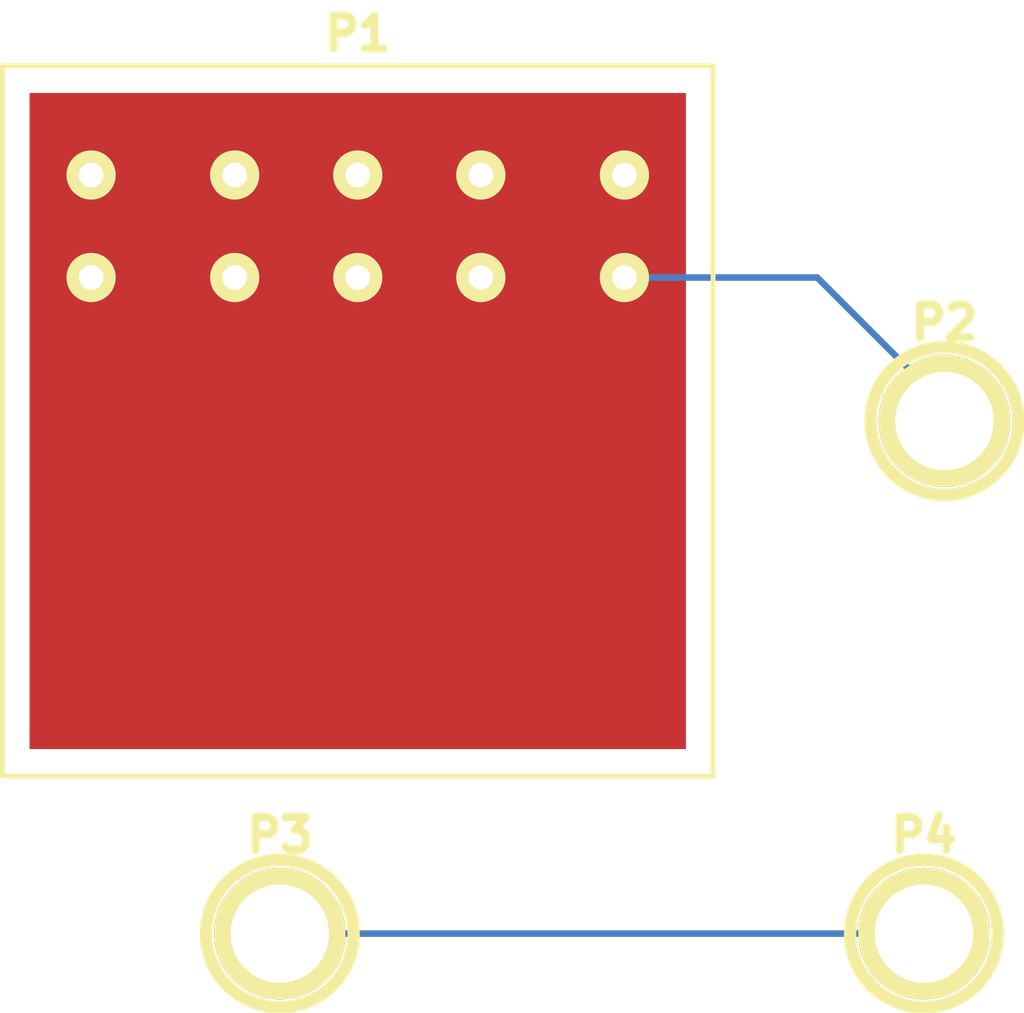
<source format=kicad_pcb>
(kicad_pcb (version 4) (host pcbnew "(2015-04-25 BZR 5623)-product")

  (general
    (links 12)
    (no_connects 0)
    (area 79.121 35.179 111.052429 65.3542)
    (thickness 1.6002)
    (drawings 0)
    (tracks 4)
    (zones 0)
    (modules 4)
    (nets 3)
  )

  (page A4)
  (layers
    (0 Dessus signal)
    (31 Dessous signal)
    (32 B.Adhes user)
    (33 F.Adhes user)
    (34 B.Paste user)
    (35 F.Paste user)
    (36 B.SilkS user)
    (37 F.SilkS user)
    (38 B.Mask user)
    (39 F.Mask user)
    (40 Dwgs.User user)
    (41 Cmts.User user)
    (42 Eco1.User user)
    (43 Eco2.User user)
    (44 Edge.Cuts user)
  )

  (setup
    (last_trace_width 0.2032)
    (trace_clearance 0.254)
    (zone_clearance 0.508)
    (zone_45_only no)
    (trace_min 0.2032)
    (segment_width 0.381)
    (edge_width 0.381)
    (via_size 0.889)
    (via_drill 0.635)
    (via_min_size 0.889)
    (via_min_drill 0.508)
    (uvia_size 0.508)
    (uvia_drill 0.127)
    (uvias_allowed no)
    (uvia_min_size 0.508)
    (uvia_min_drill 0.127)
    (pcb_text_width 0.3048)
    (pcb_text_size 1.524 2.032)
    (mod_edge_width 0.381)
    (mod_text_size 1.524 1.524)
    (mod_text_width 0.3048)
    (pad_size 1.524 1.524)
    (pad_drill 0.8128)
    (pad_to_mask_clearance 0.254)
    (aux_axis_origin 0 0)
    (visible_elements 7FFFFFFF)
    (pcbplotparams
      (layerselection 0x00030_80000001)
      (usegerberextensions true)
      (excludeedgelayer true)
      (linewidth 0.150000)
      (plotframeref false)
      (viasonmask false)
      (mode 1)
      (useauxorigin false)
      (hpglpennumber 1)
      (hpglpenspeed 20)
      (hpglpendiameter 15)
      (hpglpenoverlay 0)
      (psnegative false)
      (psa4output false)
      (plotreference true)
      (plotvalue true)
      (plotinvisibletext false)
      (padsonsilk false)
      (subtractmaskfromsilk false)
      (outputformat 1)
      (mirror false)
      (drillshape 1)
      (scaleselection 1)
      (outputdirectory ""))
  )

  (net 0 "")
  (net 1 /NET1)
  (net 2 /NET2)

  (net_class Default "Ceci est la Netclass par défaut"
    (clearance 0.254)
    (trace_width 0.2032)
    (via_dia 0.889)
    (via_drill 0.635)
    (uvia_dia 0.508)
    (uvia_drill 0.127)
    (add_net /NET1)
    (add_net /NET2)
  )

  (module 1pin (layer Dessus) (tedit 553E7303) (tstamp 4EE505BA)
    (at 89.535 45.593)
    (descr "module 1 pin (ou trou mecanique de percage)")
    (tags DEV)
    (path /4EDF7CC5)
    (fp_text reference P1 (at 0 -12) (layer F.SilkS)
      (effects (font (size 1.016 1.016) (thickness 0.254)))
    )
    (fp_text value CONN_1 (at 0 12) (layer F.SilkS) hide
      (effects (font (size 1.016 1.016) (thickness 0.254)))
    )
    (fp_line (start -11 -11) (end 11 -11) (layer F.SilkS) (width 0.15))
    (fp_line (start 11 -11) (end 11 11) (layer F.SilkS) (width 0.15))
    (fp_line (start 11 11) (end -11 11) (layer F.SilkS) (width 0.15))
    (fp_line (start -11 11) (end -11 -11) (layer F.SilkS) (width 0.15))
    (pad 1 smd rect (at 0 0) (size 20.32 20.32) (layers Dessus F.Paste F.Mask)
      (net 2 /NET2))
    (pad 1 thru_hole circle (at -8.255 -7.62) (size 1.524 1.524) (drill 0.762) (layers *.Cu *.Mask F.SilkS)
      (net 2 /NET2))
    (pad 1 thru_hole circle (at -3.81 -7.62) (size 1.524 1.524) (drill 0.762) (layers *.Cu *.Mask F.SilkS)
      (net 2 /NET2))
    (pad 1 thru_hole circle (at 0 -7.62) (size 1.524 1.524) (drill 0.762) (layers *.Cu *.Mask F.SilkS)
      (net 2 /NET2))
    (pad 1 thru_hole circle (at 3.81 -7.62) (size 1.524 1.524) (drill 0.762) (layers *.Cu *.Mask F.SilkS)
      (net 2 /NET2))
    (pad 1 thru_hole circle (at 8.255 -7.62) (size 1.524 1.524) (drill 0.762) (layers *.Cu *.Mask F.SilkS)
      (net 2 /NET2))
    (pad 1 thru_hole circle (at 8.255 -4.445) (size 1.524 1.524) (drill 0.762) (layers *.Cu *.Mask F.SilkS)
      (net 2 /NET2))
    (pad 1 thru_hole circle (at 3.81 -4.445) (size 1.524 1.524) (drill 0.762) (layers *.Cu *.Mask F.SilkS)
      (net 2 /NET2))
    (pad 1 thru_hole circle (at 0 -4.445) (size 1.524 1.524) (drill 0.762) (layers *.Cu *.Mask F.SilkS)
      (net 2 /NET2))
    (pad 1 thru_hole circle (at -3.81 -4.445) (size 1.524 1.524) (drill 0.762) (layers *.Cu *.Mask F.SilkS)
      (net 2 /NET2))
    (pad 1 thru_hole circle (at -8.255 -4.445) (size 1.524 1.524) (drill 0.762) (layers *.Cu *.Mask F.SilkS)
      (net 2 /NET2))
  )

  (module 1pin (layer Dessus) (tedit 200000) (tstamp 4EE505BC)
    (at 107.696 45.593)
    (descr "module 1 pin (ou trou mecanique de percage)")
    (tags DEV)
    (path /4EDF7CC0)
    (fp_text reference P2 (at 0 -3.048) (layer F.SilkS)
      (effects (font (size 1.016 1.016) (thickness 0.254)))
    )
    (fp_text value CONN_1 (at 0 2.794) (layer F.SilkS) hide
      (effects (font (size 1.016 1.016) (thickness 0.254)))
    )
    (fp_circle (center 0 0) (end 0 -2.286) (layer F.SilkS) (width 0.381))
    (pad 1 thru_hole circle (at 0 0) (size 4.064 4.064) (drill 3.048) (layers *.Cu *.Mask F.SilkS)
      (net 2 /NET2))
  )

  (module 1pin (layer Dessus) (tedit 200000) (tstamp 4EE505BE)
    (at 87.122 61.468)
    (descr "module 1 pin (ou trou mecanique de percage)")
    (tags DEV)
    (path /4EE5056C)
    (fp_text reference P3 (at 0 -3.048) (layer F.SilkS)
      (effects (font (size 1.016 1.016) (thickness 0.254)))
    )
    (fp_text value CONN_1 (at 0 2.794) (layer F.SilkS) hide
      (effects (font (size 1.016 1.016) (thickness 0.254)))
    )
    (fp_circle (center 0 0) (end 0 -2.286) (layer F.SilkS) (width 0.381))
    (pad 1 thru_hole circle (at 0 0) (size 4.064 4.064) (drill 3.048) (layers *.Cu *.Mask F.SilkS)
      (net 1 /NET1))
  )

  (module 1pin (layer Dessus) (tedit 4EE8A1D1) (tstamp 4EE505C0)
    (at 107.061 61.468)
    (descr "module 1 pin (ou trou mecanique de percage)")
    (tags DEV)
    (path /4EE5056D)
    (fp_text reference P4 (at 0 -3.048) (layer F.SilkS)
      (effects (font (size 1.016 1.016) (thickness 0.254)))
    )
    (fp_text value CONN_1 (at 0 2.794) (layer F.SilkS) hide
      (effects (font (size 1.016 1.016) (thickness 0.254)))
    )
    (fp_circle (center 0 0) (end 0 -2.286) (layer F.SilkS) (width 0.381))
    (pad 1 thru_hole circle (at 0 0) (size 4.064 4.064) (drill 3.048) (layers *.Cu *.Mask F.SilkS)
      (net 1 /NET1) (die_length 7.62))
  )

  (segment (start 107.061 61.468) (end 87.122 61.468) (width 0.2032) (layer Dessous) (net 1))
  (segment (start 103.759 41.148) (end 107.696 45.085) (width 0.2032) (layer Dessous) (net 2))
  (segment (start 107.696 45.085) (end 107.696 45.593) (width 0.2032) (layer Dessous) (net 2))
  (segment (start 97.79 41.148) (end 103.759 41.148) (width 0.2032) (layer Dessous) (net 2))

)

</source>
